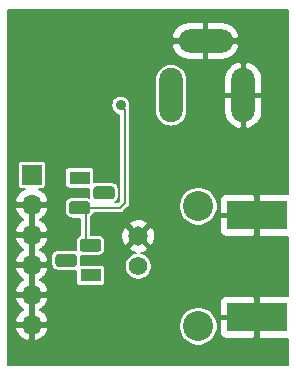
<source format=gbr>
G04 #@! TF.GenerationSoftware,KiCad,Pcbnew,(5.1.5)-3*
G04 #@! TF.CreationDate,2021-08-19T12:17:06-04:00*
G04 #@! TF.ProjectId,CP-OSC,43502d4f-5343-42e6-9b69-6361645f7063,1*
G04 #@! TF.SameCoordinates,Original*
G04 #@! TF.FileFunction,Copper,L2,Bot*
G04 #@! TF.FilePolarity,Positive*
%FSLAX46Y46*%
G04 Gerber Fmt 4.6, Leading zero omitted, Abs format (unit mm)*
G04 Created by KiCad (PCBNEW (5.1.5)-3) date 2021-08-19 12:17:06*
%MOMM*%
%LPD*%
G04 APERTURE LIST*
%ADD10C,2.540000*%
%ADD11C,1.651000*%
%ADD12C,1.574800*%
%ADD13R,5.080000X2.413000*%
%ADD14O,2.000000X4.600000*%
%ADD15O,4.600000X2.000000*%
%ADD16C,0.150000*%
%ADD17R,1.800000X1.100000*%
%ADD18R,1.700000X1.700000*%
%ADD19O,1.700000X1.700000*%
%ADD20C,0.889000*%
%ADD21C,1.397000*%
%ADD22C,0.203200*%
G04 APERTURE END LIST*
D10*
X104287000Y-83832400D03*
X104287000Y-73672400D03*
D11*
X99207000Y-76212400D03*
D12*
X99207000Y-78752400D03*
D13*
X109240000Y-83070400D03*
X109240000Y-74434400D03*
D14*
X108097000Y-64274400D03*
X101997000Y-64274400D03*
D15*
X104897000Y-59674400D03*
G04 #@! TA.AperFunction,ComponentPad*
D16*
G36*
X96956955Y-71980724D02*
G01*
X96983650Y-71984684D01*
X97009828Y-71991241D01*
X97035238Y-72000333D01*
X97059634Y-72011872D01*
X97082782Y-72025746D01*
X97104458Y-72041822D01*
X97124454Y-72059946D01*
X97142578Y-72079942D01*
X97158654Y-72101618D01*
X97172528Y-72124766D01*
X97184067Y-72149162D01*
X97193159Y-72174572D01*
X97199716Y-72200750D01*
X97203676Y-72227445D01*
X97205000Y-72254400D01*
X97205000Y-72804400D01*
X97203676Y-72831355D01*
X97199716Y-72858050D01*
X97193159Y-72884228D01*
X97184067Y-72909638D01*
X97172528Y-72934034D01*
X97158654Y-72957182D01*
X97142578Y-72978858D01*
X97124454Y-72998854D01*
X97104458Y-73016978D01*
X97082782Y-73033054D01*
X97059634Y-73046928D01*
X97035238Y-73058467D01*
X97009828Y-73067559D01*
X96983650Y-73074116D01*
X96956955Y-73078076D01*
X96930000Y-73079400D01*
X95680000Y-73079400D01*
X95653045Y-73078076D01*
X95626350Y-73074116D01*
X95600172Y-73067559D01*
X95574762Y-73058467D01*
X95550366Y-73046928D01*
X95527218Y-73033054D01*
X95505542Y-73016978D01*
X95485546Y-72998854D01*
X95467422Y-72978858D01*
X95451346Y-72957182D01*
X95437472Y-72934034D01*
X95425933Y-72909638D01*
X95416841Y-72884228D01*
X95410284Y-72858050D01*
X95406324Y-72831355D01*
X95405000Y-72804400D01*
X95405000Y-72254400D01*
X95406324Y-72227445D01*
X95410284Y-72200750D01*
X95416841Y-72174572D01*
X95425933Y-72149162D01*
X95437472Y-72124766D01*
X95451346Y-72101618D01*
X95467422Y-72079942D01*
X95485546Y-72059946D01*
X95505542Y-72041822D01*
X95527218Y-72025746D01*
X95550366Y-72011872D01*
X95574762Y-72000333D01*
X95600172Y-71991241D01*
X95626350Y-71984684D01*
X95653045Y-71980724D01*
X95680000Y-71979400D01*
X96930000Y-71979400D01*
X96956955Y-71980724D01*
G37*
G04 #@! TD.AperFunction*
G04 #@! TA.AperFunction,ComponentPad*
G36*
X94886955Y-73250724D02*
G01*
X94913650Y-73254684D01*
X94939828Y-73261241D01*
X94965238Y-73270333D01*
X94989634Y-73281872D01*
X95012782Y-73295746D01*
X95034458Y-73311822D01*
X95054454Y-73329946D01*
X95072578Y-73349942D01*
X95088654Y-73371618D01*
X95102528Y-73394766D01*
X95114067Y-73419162D01*
X95123159Y-73444572D01*
X95129716Y-73470750D01*
X95133676Y-73497445D01*
X95135000Y-73524400D01*
X95135000Y-74074400D01*
X95133676Y-74101355D01*
X95129716Y-74128050D01*
X95123159Y-74154228D01*
X95114067Y-74179638D01*
X95102528Y-74204034D01*
X95088654Y-74227182D01*
X95072578Y-74248858D01*
X95054454Y-74268854D01*
X95034458Y-74286978D01*
X95012782Y-74303054D01*
X94989634Y-74316928D01*
X94965238Y-74328467D01*
X94939828Y-74337559D01*
X94913650Y-74344116D01*
X94886955Y-74348076D01*
X94860000Y-74349400D01*
X93610000Y-74349400D01*
X93583045Y-74348076D01*
X93556350Y-74344116D01*
X93530172Y-74337559D01*
X93504762Y-74328467D01*
X93480366Y-74316928D01*
X93457218Y-74303054D01*
X93435542Y-74286978D01*
X93415546Y-74268854D01*
X93397422Y-74248858D01*
X93381346Y-74227182D01*
X93367472Y-74204034D01*
X93355933Y-74179638D01*
X93346841Y-74154228D01*
X93340284Y-74128050D01*
X93336324Y-74101355D01*
X93335000Y-74074400D01*
X93335000Y-73524400D01*
X93336324Y-73497445D01*
X93340284Y-73470750D01*
X93346841Y-73444572D01*
X93355933Y-73419162D01*
X93367472Y-73394766D01*
X93381346Y-73371618D01*
X93397422Y-73349942D01*
X93415546Y-73329946D01*
X93435542Y-73311822D01*
X93457218Y-73295746D01*
X93480366Y-73281872D01*
X93504762Y-73270333D01*
X93530172Y-73261241D01*
X93556350Y-73254684D01*
X93583045Y-73250724D01*
X93610000Y-73249400D01*
X94860000Y-73249400D01*
X94886955Y-73250724D01*
G37*
G04 #@! TD.AperFunction*
D17*
X94235000Y-71259400D03*
X95162000Y-79514400D03*
G04 #@! TA.AperFunction,ComponentPad*
D16*
G36*
X95813955Y-76425724D02*
G01*
X95840650Y-76429684D01*
X95866828Y-76436241D01*
X95892238Y-76445333D01*
X95916634Y-76456872D01*
X95939782Y-76470746D01*
X95961458Y-76486822D01*
X95981454Y-76504946D01*
X95999578Y-76524942D01*
X96015654Y-76546618D01*
X96029528Y-76569766D01*
X96041067Y-76594162D01*
X96050159Y-76619572D01*
X96056716Y-76645750D01*
X96060676Y-76672445D01*
X96062000Y-76699400D01*
X96062000Y-77249400D01*
X96060676Y-77276355D01*
X96056716Y-77303050D01*
X96050159Y-77329228D01*
X96041067Y-77354638D01*
X96029528Y-77379034D01*
X96015654Y-77402182D01*
X95999578Y-77423858D01*
X95981454Y-77443854D01*
X95961458Y-77461978D01*
X95939782Y-77478054D01*
X95916634Y-77491928D01*
X95892238Y-77503467D01*
X95866828Y-77512559D01*
X95840650Y-77519116D01*
X95813955Y-77523076D01*
X95787000Y-77524400D01*
X94537000Y-77524400D01*
X94510045Y-77523076D01*
X94483350Y-77519116D01*
X94457172Y-77512559D01*
X94431762Y-77503467D01*
X94407366Y-77491928D01*
X94384218Y-77478054D01*
X94362542Y-77461978D01*
X94342546Y-77443854D01*
X94324422Y-77423858D01*
X94308346Y-77402182D01*
X94294472Y-77379034D01*
X94282933Y-77354638D01*
X94273841Y-77329228D01*
X94267284Y-77303050D01*
X94263324Y-77276355D01*
X94262000Y-77249400D01*
X94262000Y-76699400D01*
X94263324Y-76672445D01*
X94267284Y-76645750D01*
X94273841Y-76619572D01*
X94282933Y-76594162D01*
X94294472Y-76569766D01*
X94308346Y-76546618D01*
X94324422Y-76524942D01*
X94342546Y-76504946D01*
X94362542Y-76486822D01*
X94384218Y-76470746D01*
X94407366Y-76456872D01*
X94431762Y-76445333D01*
X94457172Y-76436241D01*
X94483350Y-76429684D01*
X94510045Y-76425724D01*
X94537000Y-76424400D01*
X95787000Y-76424400D01*
X95813955Y-76425724D01*
G37*
G04 #@! TD.AperFunction*
G04 #@! TA.AperFunction,ComponentPad*
G36*
X93743955Y-77695724D02*
G01*
X93770650Y-77699684D01*
X93796828Y-77706241D01*
X93822238Y-77715333D01*
X93846634Y-77726872D01*
X93869782Y-77740746D01*
X93891458Y-77756822D01*
X93911454Y-77774946D01*
X93929578Y-77794942D01*
X93945654Y-77816618D01*
X93959528Y-77839766D01*
X93971067Y-77864162D01*
X93980159Y-77889572D01*
X93986716Y-77915750D01*
X93990676Y-77942445D01*
X93992000Y-77969400D01*
X93992000Y-78519400D01*
X93990676Y-78546355D01*
X93986716Y-78573050D01*
X93980159Y-78599228D01*
X93971067Y-78624638D01*
X93959528Y-78649034D01*
X93945654Y-78672182D01*
X93929578Y-78693858D01*
X93911454Y-78713854D01*
X93891458Y-78731978D01*
X93869782Y-78748054D01*
X93846634Y-78761928D01*
X93822238Y-78773467D01*
X93796828Y-78782559D01*
X93770650Y-78789116D01*
X93743955Y-78793076D01*
X93717000Y-78794400D01*
X92467000Y-78794400D01*
X92440045Y-78793076D01*
X92413350Y-78789116D01*
X92387172Y-78782559D01*
X92361762Y-78773467D01*
X92337366Y-78761928D01*
X92314218Y-78748054D01*
X92292542Y-78731978D01*
X92272546Y-78713854D01*
X92254422Y-78693858D01*
X92238346Y-78672182D01*
X92224472Y-78649034D01*
X92212933Y-78624638D01*
X92203841Y-78599228D01*
X92197284Y-78573050D01*
X92193324Y-78546355D01*
X92192000Y-78519400D01*
X92192000Y-77969400D01*
X92193324Y-77942445D01*
X92197284Y-77915750D01*
X92203841Y-77889572D01*
X92212933Y-77864162D01*
X92224472Y-77839766D01*
X92238346Y-77816618D01*
X92254422Y-77794942D01*
X92272546Y-77774946D01*
X92292542Y-77756822D01*
X92314218Y-77740746D01*
X92337366Y-77726872D01*
X92361762Y-77715333D01*
X92387172Y-77706241D01*
X92413350Y-77699684D01*
X92440045Y-77695724D01*
X92467000Y-77694400D01*
X93717000Y-77694400D01*
X93743955Y-77695724D01*
G37*
G04 #@! TD.AperFunction*
D18*
X90190000Y-71005400D03*
D19*
X90190000Y-73545400D03*
X90190000Y-76085400D03*
X90190000Y-78625400D03*
X90190000Y-81165400D03*
X90190000Y-83705400D03*
D20*
X108605000Y-86372400D03*
D21*
X97175000Y-86372400D03*
X96540000Y-58432400D03*
D20*
X93365000Y-58432400D03*
X110129000Y-58178400D03*
X104922000Y-70116400D03*
X89555000Y-58432400D03*
X90190000Y-86372400D03*
X97712757Y-65133643D03*
D22*
X94762000Y-73926400D02*
X94635000Y-73799400D01*
X94762000Y-76974400D02*
X94762000Y-73926400D01*
X94635000Y-73799400D02*
X97683000Y-73799400D01*
X97683000Y-73799400D02*
X98064000Y-73418400D01*
X98064000Y-65484886D02*
X97712757Y-65133643D01*
X98064000Y-66814400D02*
X98064000Y-65484886D01*
X98064000Y-73418400D02*
X98064000Y-66814400D01*
G36*
X111868901Y-72624106D02*
G01*
X111780000Y-72615350D01*
X109544800Y-72618300D01*
X109392400Y-72770700D01*
X109392400Y-74282000D01*
X109412400Y-74282000D01*
X109412400Y-74586800D01*
X109392400Y-74586800D01*
X109392400Y-76098100D01*
X109544800Y-76250500D01*
X111780000Y-76253450D01*
X111868901Y-76244694D01*
X111868901Y-81260106D01*
X111780000Y-81251350D01*
X109544800Y-81254300D01*
X109392400Y-81406700D01*
X109392400Y-82918000D01*
X109412400Y-82918000D01*
X109412400Y-83222800D01*
X109392400Y-83222800D01*
X109392400Y-84734100D01*
X109544800Y-84886500D01*
X111780000Y-84889450D01*
X111868901Y-84880694D01*
X111868901Y-87096300D01*
X88196100Y-87096300D01*
X88196100Y-84083007D01*
X88780090Y-84083007D01*
X88807911Y-84174738D01*
X88926031Y-84435352D01*
X89092724Y-84667914D01*
X89301585Y-84863487D01*
X89544587Y-85014556D01*
X89812392Y-85115315D01*
X90037600Y-85004628D01*
X90037600Y-83857800D01*
X90342400Y-83857800D01*
X90342400Y-85004628D01*
X90567608Y-85115315D01*
X90835413Y-85014556D01*
X91078415Y-84863487D01*
X91287276Y-84667914D01*
X91453969Y-84435352D01*
X91572089Y-84174738D01*
X91599910Y-84083007D01*
X91488286Y-83857800D01*
X90342400Y-83857800D01*
X90037600Y-83857800D01*
X88891714Y-83857800D01*
X88780090Y-84083007D01*
X88196100Y-84083007D01*
X88196100Y-83672292D01*
X102661400Y-83672292D01*
X102661400Y-83992508D01*
X102723870Y-84306570D01*
X102846412Y-84602411D01*
X103024314Y-84868660D01*
X103250740Y-85095086D01*
X103516989Y-85272988D01*
X103812830Y-85395530D01*
X104126892Y-85458000D01*
X104447108Y-85458000D01*
X104761170Y-85395530D01*
X105057011Y-85272988D01*
X105323260Y-85095086D01*
X105549686Y-84868660D01*
X105727588Y-84602411D01*
X105850130Y-84306570D01*
X105856031Y-84276900D01*
X106087450Y-84276900D01*
X106099220Y-84396403D01*
X106134078Y-84511313D01*
X106190683Y-84617215D01*
X106266862Y-84710038D01*
X106359685Y-84786217D01*
X106465587Y-84842822D01*
X106580497Y-84877680D01*
X106700000Y-84889450D01*
X108935200Y-84886500D01*
X109087600Y-84734100D01*
X109087600Y-83222800D01*
X106242800Y-83222800D01*
X106090400Y-83375200D01*
X106087450Y-84276900D01*
X105856031Y-84276900D01*
X105912600Y-83992508D01*
X105912600Y-83672292D01*
X105850130Y-83358230D01*
X105727588Y-83062389D01*
X105549686Y-82796140D01*
X105323260Y-82569714D01*
X105057011Y-82391812D01*
X104761170Y-82269270D01*
X104447108Y-82206800D01*
X104126892Y-82206800D01*
X103812830Y-82269270D01*
X103516989Y-82391812D01*
X103250740Y-82569714D01*
X103024314Y-82796140D01*
X102846412Y-83062389D01*
X102723870Y-83358230D01*
X102661400Y-83672292D01*
X88196100Y-83672292D01*
X88196100Y-81543007D01*
X88780090Y-81543007D01*
X88807911Y-81634738D01*
X88926031Y-81895352D01*
X89092724Y-82127914D01*
X89301585Y-82323487D01*
X89481603Y-82435400D01*
X89301585Y-82547313D01*
X89092724Y-82742886D01*
X88926031Y-82975448D01*
X88807911Y-83236062D01*
X88780090Y-83327793D01*
X88891714Y-83553000D01*
X90037600Y-83553000D01*
X90037600Y-81317800D01*
X90342400Y-81317800D01*
X90342400Y-83553000D01*
X91488286Y-83553000D01*
X91599910Y-83327793D01*
X91572089Y-83236062D01*
X91453969Y-82975448D01*
X91287276Y-82742886D01*
X91078415Y-82547313D01*
X90898397Y-82435400D01*
X91078415Y-82323487D01*
X91287276Y-82127914D01*
X91453969Y-81895352D01*
X91468224Y-81863900D01*
X106087450Y-81863900D01*
X106090400Y-82765600D01*
X106242800Y-82918000D01*
X109087600Y-82918000D01*
X109087600Y-81406700D01*
X108935200Y-81254300D01*
X106700000Y-81251350D01*
X106580497Y-81263120D01*
X106465587Y-81297978D01*
X106359685Y-81354583D01*
X106266862Y-81430762D01*
X106190683Y-81523585D01*
X106134078Y-81629487D01*
X106099220Y-81744397D01*
X106087450Y-81863900D01*
X91468224Y-81863900D01*
X91572089Y-81634738D01*
X91599910Y-81543007D01*
X91488286Y-81317800D01*
X90342400Y-81317800D01*
X90037600Y-81317800D01*
X88891714Y-81317800D01*
X88780090Y-81543007D01*
X88196100Y-81543007D01*
X88196100Y-79003007D01*
X88780090Y-79003007D01*
X88807911Y-79094738D01*
X88926031Y-79355352D01*
X89092724Y-79587914D01*
X89301585Y-79783487D01*
X89481603Y-79895400D01*
X89301585Y-80007313D01*
X89092724Y-80202886D01*
X88926031Y-80435448D01*
X88807911Y-80696062D01*
X88780090Y-80787793D01*
X88891714Y-81013000D01*
X90037600Y-81013000D01*
X90037600Y-78777800D01*
X90342400Y-78777800D01*
X90342400Y-81013000D01*
X91488286Y-81013000D01*
X91599910Y-80787793D01*
X91572089Y-80696062D01*
X91453969Y-80435448D01*
X91287276Y-80202886D01*
X91078415Y-80007313D01*
X90898397Y-79895400D01*
X91078415Y-79783487D01*
X91287276Y-79587914D01*
X91453969Y-79355352D01*
X91572089Y-79094738D01*
X91599910Y-79003007D01*
X91488286Y-78777800D01*
X90342400Y-78777800D01*
X90037600Y-78777800D01*
X88891714Y-78777800D01*
X88780090Y-79003007D01*
X88196100Y-79003007D01*
X88196100Y-76463007D01*
X88780090Y-76463007D01*
X88807911Y-76554738D01*
X88926031Y-76815352D01*
X89092724Y-77047914D01*
X89301585Y-77243487D01*
X89481603Y-77355400D01*
X89301585Y-77467313D01*
X89092724Y-77662886D01*
X88926031Y-77895448D01*
X88807911Y-78156062D01*
X88780090Y-78247793D01*
X88891714Y-78473000D01*
X90037600Y-78473000D01*
X90037600Y-76237800D01*
X90342400Y-76237800D01*
X90342400Y-78473000D01*
X91488286Y-78473000D01*
X91599910Y-78247793D01*
X91572089Y-78156062D01*
X91487487Y-77969400D01*
X91834680Y-77969400D01*
X91834680Y-78519400D01*
X91846830Y-78642760D01*
X91882812Y-78761378D01*
X91941245Y-78870698D01*
X92019882Y-78966518D01*
X92115702Y-79045155D01*
X92225022Y-79103588D01*
X92343640Y-79139570D01*
X92467000Y-79151720D01*
X93717000Y-79151720D01*
X93840360Y-79139570D01*
X93904680Y-79120059D01*
X93904680Y-80064400D01*
X93911546Y-80134110D01*
X93931879Y-80201140D01*
X93964899Y-80262916D01*
X94009337Y-80317063D01*
X94063484Y-80361501D01*
X94125260Y-80394521D01*
X94192290Y-80414854D01*
X94262000Y-80421720D01*
X96062000Y-80421720D01*
X96131710Y-80414854D01*
X96198740Y-80394521D01*
X96260516Y-80361501D01*
X96314663Y-80317063D01*
X96359101Y-80262916D01*
X96392121Y-80201140D01*
X96412454Y-80134110D01*
X96419320Y-80064400D01*
X96419320Y-78964400D01*
X96412454Y-78894690D01*
X96392121Y-78827660D01*
X96359101Y-78765884D01*
X96314663Y-78711737D01*
X96260516Y-78667299D01*
X96209114Y-78639824D01*
X98064000Y-78639824D01*
X98064000Y-78864976D01*
X98107925Y-79085801D01*
X98194087Y-79293813D01*
X98319174Y-79481020D01*
X98478380Y-79640226D01*
X98665587Y-79765313D01*
X98873599Y-79851475D01*
X99094424Y-79895400D01*
X99319576Y-79895400D01*
X99540401Y-79851475D01*
X99748413Y-79765313D01*
X99935620Y-79640226D01*
X100094826Y-79481020D01*
X100219913Y-79293813D01*
X100306075Y-79085801D01*
X100350000Y-78864976D01*
X100350000Y-78639824D01*
X100306075Y-78418999D01*
X100219913Y-78210987D01*
X100094826Y-78023780D01*
X99935620Y-77864574D01*
X99748413Y-77739487D01*
X99540401Y-77653325D01*
X99426603Y-77630689D01*
X99581846Y-77604873D01*
X99846301Y-77504988D01*
X99926571Y-77462083D01*
X100004764Y-77225690D01*
X99207000Y-76427926D01*
X98409236Y-77225690D01*
X98487429Y-77462083D01*
X98745056Y-77578452D01*
X98978179Y-77632523D01*
X98873599Y-77653325D01*
X98665587Y-77739487D01*
X98478380Y-77864574D01*
X98319174Y-78023780D01*
X98194087Y-78210987D01*
X98107925Y-78418999D01*
X98064000Y-78639824D01*
X96209114Y-78639824D01*
X96198740Y-78634279D01*
X96131710Y-78613946D01*
X96062000Y-78607080D01*
X94340684Y-78607080D01*
X94349320Y-78519400D01*
X94349320Y-77969400D01*
X94337204Y-77846384D01*
X94413640Y-77869570D01*
X94537000Y-77881720D01*
X95787000Y-77881720D01*
X95910360Y-77869570D01*
X96028978Y-77833588D01*
X96138298Y-77775155D01*
X96234118Y-77696518D01*
X96312755Y-77600698D01*
X96371188Y-77491378D01*
X96407170Y-77372760D01*
X96419320Y-77249400D01*
X96419320Y-76699400D01*
X96407170Y-76576040D01*
X96371188Y-76457422D01*
X96312755Y-76348102D01*
X96280161Y-76308385D01*
X97768154Y-76308385D01*
X97814527Y-76587246D01*
X97914412Y-76851701D01*
X97957317Y-76931971D01*
X98193710Y-77010164D01*
X98991474Y-76212400D01*
X99422526Y-76212400D01*
X100220290Y-77010164D01*
X100456683Y-76931971D01*
X100573052Y-76674344D01*
X100636924Y-76398964D01*
X100645846Y-76116415D01*
X100599473Y-75837554D01*
X100525197Y-75640900D01*
X106087450Y-75640900D01*
X106099220Y-75760403D01*
X106134078Y-75875313D01*
X106190683Y-75981215D01*
X106266862Y-76074038D01*
X106359685Y-76150217D01*
X106465587Y-76206822D01*
X106580497Y-76241680D01*
X106700000Y-76253450D01*
X108935200Y-76250500D01*
X109087600Y-76098100D01*
X109087600Y-74586800D01*
X106242800Y-74586800D01*
X106090400Y-74739200D01*
X106087450Y-75640900D01*
X100525197Y-75640900D01*
X100499588Y-75573099D01*
X100456683Y-75492829D01*
X100220290Y-75414636D01*
X99422526Y-76212400D01*
X98991474Y-76212400D01*
X98193710Y-75414636D01*
X97957317Y-75492829D01*
X97840948Y-75750456D01*
X97777076Y-76025836D01*
X97768154Y-76308385D01*
X96280161Y-76308385D01*
X96234118Y-76252282D01*
X96138298Y-76173645D01*
X96028978Y-76115212D01*
X95910360Y-76079230D01*
X95787000Y-76067080D01*
X95219200Y-76067080D01*
X95219200Y-75199110D01*
X98409236Y-75199110D01*
X99207000Y-75996874D01*
X100004764Y-75199110D01*
X99926571Y-74962717D01*
X99668944Y-74846348D01*
X99393564Y-74782476D01*
X99111015Y-74773554D01*
X98832154Y-74819927D01*
X98567699Y-74919812D01*
X98487429Y-74962717D01*
X98409236Y-75199110D01*
X95219200Y-75199110D01*
X95219200Y-74593670D01*
X95307118Y-74521518D01*
X95385755Y-74425698D01*
X95444188Y-74316378D01*
X95462321Y-74256600D01*
X97660550Y-74256600D01*
X97683000Y-74258811D01*
X97705450Y-74256600D01*
X97705460Y-74256600D01*
X97772627Y-74249985D01*
X97858809Y-74223841D01*
X97938236Y-74181387D01*
X98007853Y-74124253D01*
X98022174Y-74106803D01*
X98371409Y-73757569D01*
X98388853Y-73743253D01*
X98426156Y-73697800D01*
X98445987Y-73673637D01*
X98475194Y-73618993D01*
X98488441Y-73594209D01*
X98513291Y-73512292D01*
X102661400Y-73512292D01*
X102661400Y-73832508D01*
X102723870Y-74146570D01*
X102846412Y-74442411D01*
X103024314Y-74708660D01*
X103250740Y-74935086D01*
X103516989Y-75112988D01*
X103812830Y-75235530D01*
X104126892Y-75298000D01*
X104447108Y-75298000D01*
X104761170Y-75235530D01*
X105057011Y-75112988D01*
X105323260Y-74935086D01*
X105549686Y-74708660D01*
X105727588Y-74442411D01*
X105850130Y-74146570D01*
X105912600Y-73832508D01*
X105912600Y-73512292D01*
X105856032Y-73227900D01*
X106087450Y-73227900D01*
X106090400Y-74129600D01*
X106242800Y-74282000D01*
X109087600Y-74282000D01*
X109087600Y-72770700D01*
X108935200Y-72618300D01*
X106700000Y-72615350D01*
X106580497Y-72627120D01*
X106465587Y-72661978D01*
X106359685Y-72718583D01*
X106266862Y-72794762D01*
X106190683Y-72887585D01*
X106134078Y-72993487D01*
X106099220Y-73108397D01*
X106087450Y-73227900D01*
X105856032Y-73227900D01*
X105850130Y-73198230D01*
X105727588Y-72902389D01*
X105549686Y-72636140D01*
X105323260Y-72409714D01*
X105057011Y-72231812D01*
X104761170Y-72109270D01*
X104447108Y-72046800D01*
X104126892Y-72046800D01*
X103812830Y-72109270D01*
X103516989Y-72231812D01*
X103250740Y-72409714D01*
X103024314Y-72636140D01*
X102846412Y-72902389D01*
X102723870Y-73198230D01*
X102661400Y-73512292D01*
X98513291Y-73512292D01*
X98514585Y-73508027D01*
X98521200Y-73440860D01*
X98521200Y-73440851D01*
X98523411Y-73418401D01*
X98521200Y-73395951D01*
X98521200Y-65640992D01*
X100641400Y-65640992D01*
X100661015Y-65840143D01*
X100738529Y-66095675D01*
X100864406Y-66331174D01*
X101033808Y-66537591D01*
X101240225Y-66706994D01*
X101475724Y-66832871D01*
X101731256Y-66910385D01*
X101997000Y-66936559D01*
X102262743Y-66910385D01*
X102518275Y-66832871D01*
X102753774Y-66706994D01*
X102960191Y-66537592D01*
X103129594Y-66331175D01*
X103255471Y-66095676D01*
X103332985Y-65840144D01*
X103352600Y-65640993D01*
X103352600Y-64426800D01*
X106487400Y-64426800D01*
X106487400Y-65726800D01*
X106548060Y-66037889D01*
X106668245Y-66331166D01*
X106843336Y-66595361D01*
X107066604Y-66820321D01*
X107329470Y-66997401D01*
X107621832Y-67119796D01*
X107695811Y-67133201D01*
X107944600Y-67023609D01*
X107944600Y-64426800D01*
X108249400Y-64426800D01*
X108249400Y-67023609D01*
X108498189Y-67133201D01*
X108572168Y-67119796D01*
X108864530Y-66997401D01*
X109127396Y-66820321D01*
X109350664Y-66595361D01*
X109525755Y-66331166D01*
X109645940Y-66037889D01*
X109706600Y-65726800D01*
X109706600Y-64426800D01*
X108249400Y-64426800D01*
X107944600Y-64426800D01*
X106487400Y-64426800D01*
X103352600Y-64426800D01*
X103352600Y-62907807D01*
X103344149Y-62822000D01*
X106487400Y-62822000D01*
X106487400Y-64122000D01*
X107944600Y-64122000D01*
X107944600Y-61525191D01*
X108249400Y-61525191D01*
X108249400Y-64122000D01*
X109706600Y-64122000D01*
X109706600Y-62822000D01*
X109645940Y-62510911D01*
X109525755Y-62217634D01*
X109350664Y-61953439D01*
X109127396Y-61728479D01*
X108864530Y-61551399D01*
X108572168Y-61429004D01*
X108498189Y-61415599D01*
X108249400Y-61525191D01*
X107944600Y-61525191D01*
X107695811Y-61415599D01*
X107621832Y-61429004D01*
X107329470Y-61551399D01*
X107066604Y-61728479D01*
X106843336Y-61953439D01*
X106668245Y-62217634D01*
X106548060Y-62510911D01*
X106487400Y-62822000D01*
X103344149Y-62822000D01*
X103332985Y-62708656D01*
X103255471Y-62453124D01*
X103129594Y-62217625D01*
X102960192Y-62011208D01*
X102753775Y-61841806D01*
X102518276Y-61715929D01*
X102262744Y-61638415D01*
X101997000Y-61612241D01*
X101731257Y-61638415D01*
X101475725Y-61715929D01*
X101240226Y-61841806D01*
X101033809Y-62011208D01*
X100864407Y-62217625D01*
X100738530Y-62453124D01*
X100661016Y-62708656D01*
X100641401Y-62907807D01*
X100641400Y-65640992D01*
X98521200Y-65640992D01*
X98521200Y-65507336D01*
X98523411Y-65484886D01*
X98521200Y-65462436D01*
X98521200Y-65462426D01*
X98514585Y-65395259D01*
X98491578Y-65319419D01*
X98512857Y-65212446D01*
X98512857Y-65054840D01*
X98482109Y-64900263D01*
X98421796Y-64754654D01*
X98334235Y-64623609D01*
X98222791Y-64512165D01*
X98091746Y-64424604D01*
X97946137Y-64364291D01*
X97791560Y-64333543D01*
X97633954Y-64333543D01*
X97479377Y-64364291D01*
X97333768Y-64424604D01*
X97202723Y-64512165D01*
X97091279Y-64623609D01*
X97003718Y-64754654D01*
X96943405Y-64900263D01*
X96912657Y-65054840D01*
X96912657Y-65212446D01*
X96943405Y-65367023D01*
X97003718Y-65512632D01*
X97091279Y-65643677D01*
X97202723Y-65755121D01*
X97333768Y-65842682D01*
X97479377Y-65902995D01*
X97606801Y-65928342D01*
X97606800Y-66836859D01*
X97606801Y-66836869D01*
X97606800Y-73229022D01*
X97493623Y-73342200D01*
X97258763Y-73342200D01*
X97281298Y-73330155D01*
X97377118Y-73251518D01*
X97455755Y-73155698D01*
X97514188Y-73046378D01*
X97550170Y-72927760D01*
X97562320Y-72804400D01*
X97562320Y-72254400D01*
X97550170Y-72131040D01*
X97514188Y-72012422D01*
X97455755Y-71903102D01*
X97377118Y-71807282D01*
X97281298Y-71728645D01*
X97171978Y-71670212D01*
X97053360Y-71634230D01*
X96930000Y-71622080D01*
X95680000Y-71622080D01*
X95556640Y-71634230D01*
X95492320Y-71653741D01*
X95492320Y-70709400D01*
X95485454Y-70639690D01*
X95465121Y-70572660D01*
X95432101Y-70510884D01*
X95387663Y-70456737D01*
X95333516Y-70412299D01*
X95271740Y-70379279D01*
X95204710Y-70358946D01*
X95135000Y-70352080D01*
X93335000Y-70352080D01*
X93265290Y-70358946D01*
X93198260Y-70379279D01*
X93136484Y-70412299D01*
X93082337Y-70456737D01*
X93037899Y-70510884D01*
X93004879Y-70572660D01*
X92984546Y-70639690D01*
X92977680Y-70709400D01*
X92977680Y-71809400D01*
X92984546Y-71879110D01*
X93004879Y-71946140D01*
X93037899Y-72007916D01*
X93082337Y-72062063D01*
X93136484Y-72106501D01*
X93198260Y-72139521D01*
X93265290Y-72159854D01*
X93335000Y-72166720D01*
X95056316Y-72166720D01*
X95047680Y-72254400D01*
X95047680Y-72804400D01*
X95059796Y-72927416D01*
X94983360Y-72904230D01*
X94860000Y-72892080D01*
X93610000Y-72892080D01*
X93486640Y-72904230D01*
X93368022Y-72940212D01*
X93258702Y-72998645D01*
X93162882Y-73077282D01*
X93084245Y-73173102D01*
X93025812Y-73282422D01*
X92989830Y-73401040D01*
X92977680Y-73524400D01*
X92977680Y-74074400D01*
X92989830Y-74197760D01*
X93025812Y-74316378D01*
X93084245Y-74425698D01*
X93162882Y-74521518D01*
X93258702Y-74600155D01*
X93368022Y-74658588D01*
X93486640Y-74694570D01*
X93610000Y-74706720D01*
X94304801Y-74706720D01*
X94304800Y-76112246D01*
X94295022Y-76115212D01*
X94185702Y-76173645D01*
X94089882Y-76252282D01*
X94011245Y-76348102D01*
X93952812Y-76457422D01*
X93916830Y-76576040D01*
X93904680Y-76699400D01*
X93904680Y-77249400D01*
X93916796Y-77372416D01*
X93840360Y-77349230D01*
X93717000Y-77337080D01*
X92467000Y-77337080D01*
X92343640Y-77349230D01*
X92225022Y-77385212D01*
X92115702Y-77443645D01*
X92019882Y-77522282D01*
X91941245Y-77618102D01*
X91882812Y-77727422D01*
X91846830Y-77846040D01*
X91834680Y-77969400D01*
X91487487Y-77969400D01*
X91453969Y-77895448D01*
X91287276Y-77662886D01*
X91078415Y-77467313D01*
X90898397Y-77355400D01*
X91078415Y-77243487D01*
X91287276Y-77047914D01*
X91453969Y-76815352D01*
X91572089Y-76554738D01*
X91599910Y-76463007D01*
X91488286Y-76237800D01*
X90342400Y-76237800D01*
X90037600Y-76237800D01*
X88891714Y-76237800D01*
X88780090Y-76463007D01*
X88196100Y-76463007D01*
X88196100Y-73923007D01*
X88780090Y-73923007D01*
X88807911Y-74014738D01*
X88926031Y-74275352D01*
X89092724Y-74507914D01*
X89301585Y-74703487D01*
X89481603Y-74815400D01*
X89301585Y-74927313D01*
X89092724Y-75122886D01*
X88926031Y-75355448D01*
X88807911Y-75616062D01*
X88780090Y-75707793D01*
X88891714Y-75933000D01*
X90037600Y-75933000D01*
X90037600Y-73697800D01*
X90342400Y-73697800D01*
X90342400Y-75933000D01*
X91488286Y-75933000D01*
X91599910Y-75707793D01*
X91572089Y-75616062D01*
X91453969Y-75355448D01*
X91287276Y-75122886D01*
X91078415Y-74927313D01*
X90898397Y-74815400D01*
X91078415Y-74703487D01*
X91287276Y-74507914D01*
X91453969Y-74275352D01*
X91572089Y-74014738D01*
X91599910Y-73923007D01*
X91488286Y-73697800D01*
X90342400Y-73697800D01*
X90037600Y-73697800D01*
X88891714Y-73697800D01*
X88780090Y-73923007D01*
X88196100Y-73923007D01*
X88196100Y-73167793D01*
X88780090Y-73167793D01*
X88891714Y-73393000D01*
X90037600Y-73393000D01*
X90037600Y-73373000D01*
X90342400Y-73373000D01*
X90342400Y-73393000D01*
X91488286Y-73393000D01*
X91599910Y-73167793D01*
X91572089Y-73076062D01*
X91453969Y-72815448D01*
X91287276Y-72582886D01*
X91078415Y-72387313D01*
X90835413Y-72236244D01*
X90772889Y-72212720D01*
X91040000Y-72212720D01*
X91109710Y-72205854D01*
X91176740Y-72185521D01*
X91238516Y-72152501D01*
X91292663Y-72108063D01*
X91337101Y-72053916D01*
X91370121Y-71992140D01*
X91390454Y-71925110D01*
X91397320Y-71855400D01*
X91397320Y-70155400D01*
X91390454Y-70085690D01*
X91370121Y-70018660D01*
X91337101Y-69956884D01*
X91292663Y-69902737D01*
X91238516Y-69858299D01*
X91176740Y-69825279D01*
X91109710Y-69804946D01*
X91040000Y-69798080D01*
X89340000Y-69798080D01*
X89270290Y-69804946D01*
X89203260Y-69825279D01*
X89141484Y-69858299D01*
X89087337Y-69902737D01*
X89042899Y-69956884D01*
X89009879Y-70018660D01*
X88989546Y-70085690D01*
X88982680Y-70155400D01*
X88982680Y-71855400D01*
X88989546Y-71925110D01*
X89009879Y-71992140D01*
X89042899Y-72053916D01*
X89087337Y-72108063D01*
X89141484Y-72152501D01*
X89203260Y-72185521D01*
X89270290Y-72205854D01*
X89340000Y-72212720D01*
X89607111Y-72212720D01*
X89544587Y-72236244D01*
X89301585Y-72387313D01*
X89092724Y-72582886D01*
X88926031Y-72815448D01*
X88807911Y-73076062D01*
X88780090Y-73167793D01*
X88196100Y-73167793D01*
X88196100Y-60075589D01*
X102038199Y-60075589D01*
X102051604Y-60149568D01*
X102173999Y-60441930D01*
X102351079Y-60704796D01*
X102576039Y-60928064D01*
X102840234Y-61103155D01*
X103133511Y-61223340D01*
X103444600Y-61284000D01*
X104744600Y-61284000D01*
X104744600Y-59826800D01*
X105049400Y-59826800D01*
X105049400Y-61284000D01*
X106349400Y-61284000D01*
X106660489Y-61223340D01*
X106953766Y-61103155D01*
X107217961Y-60928064D01*
X107442921Y-60704796D01*
X107620001Y-60441930D01*
X107742396Y-60149568D01*
X107755801Y-60075589D01*
X107646209Y-59826800D01*
X105049400Y-59826800D01*
X104744600Y-59826800D01*
X102147791Y-59826800D01*
X102038199Y-60075589D01*
X88196100Y-60075589D01*
X88196100Y-59273211D01*
X102038199Y-59273211D01*
X102147791Y-59522000D01*
X104744600Y-59522000D01*
X104744600Y-58064800D01*
X105049400Y-58064800D01*
X105049400Y-59522000D01*
X107646209Y-59522000D01*
X107755801Y-59273211D01*
X107742396Y-59199232D01*
X107620001Y-58906870D01*
X107442921Y-58644004D01*
X107217961Y-58420736D01*
X106953766Y-58245645D01*
X106660489Y-58125460D01*
X106349400Y-58064800D01*
X105049400Y-58064800D01*
X104744600Y-58064800D01*
X103444600Y-58064800D01*
X103133511Y-58125460D01*
X102840234Y-58245645D01*
X102576039Y-58420736D01*
X102351079Y-58644004D01*
X102173999Y-58906870D01*
X102051604Y-59199232D01*
X102038199Y-59273211D01*
X88196100Y-59273211D01*
X88196100Y-57073500D01*
X111868900Y-57073500D01*
X111868901Y-72624106D01*
G37*
X111868901Y-72624106D02*
X111780000Y-72615350D01*
X109544800Y-72618300D01*
X109392400Y-72770700D01*
X109392400Y-74282000D01*
X109412400Y-74282000D01*
X109412400Y-74586800D01*
X109392400Y-74586800D01*
X109392400Y-76098100D01*
X109544800Y-76250500D01*
X111780000Y-76253450D01*
X111868901Y-76244694D01*
X111868901Y-81260106D01*
X111780000Y-81251350D01*
X109544800Y-81254300D01*
X109392400Y-81406700D01*
X109392400Y-82918000D01*
X109412400Y-82918000D01*
X109412400Y-83222800D01*
X109392400Y-83222800D01*
X109392400Y-84734100D01*
X109544800Y-84886500D01*
X111780000Y-84889450D01*
X111868901Y-84880694D01*
X111868901Y-87096300D01*
X88196100Y-87096300D01*
X88196100Y-84083007D01*
X88780090Y-84083007D01*
X88807911Y-84174738D01*
X88926031Y-84435352D01*
X89092724Y-84667914D01*
X89301585Y-84863487D01*
X89544587Y-85014556D01*
X89812392Y-85115315D01*
X90037600Y-85004628D01*
X90037600Y-83857800D01*
X90342400Y-83857800D01*
X90342400Y-85004628D01*
X90567608Y-85115315D01*
X90835413Y-85014556D01*
X91078415Y-84863487D01*
X91287276Y-84667914D01*
X91453969Y-84435352D01*
X91572089Y-84174738D01*
X91599910Y-84083007D01*
X91488286Y-83857800D01*
X90342400Y-83857800D01*
X90037600Y-83857800D01*
X88891714Y-83857800D01*
X88780090Y-84083007D01*
X88196100Y-84083007D01*
X88196100Y-83672292D01*
X102661400Y-83672292D01*
X102661400Y-83992508D01*
X102723870Y-84306570D01*
X102846412Y-84602411D01*
X103024314Y-84868660D01*
X103250740Y-85095086D01*
X103516989Y-85272988D01*
X103812830Y-85395530D01*
X104126892Y-85458000D01*
X104447108Y-85458000D01*
X104761170Y-85395530D01*
X105057011Y-85272988D01*
X105323260Y-85095086D01*
X105549686Y-84868660D01*
X105727588Y-84602411D01*
X105850130Y-84306570D01*
X105856031Y-84276900D01*
X106087450Y-84276900D01*
X106099220Y-84396403D01*
X106134078Y-84511313D01*
X106190683Y-84617215D01*
X106266862Y-84710038D01*
X106359685Y-84786217D01*
X106465587Y-84842822D01*
X106580497Y-84877680D01*
X106700000Y-84889450D01*
X108935200Y-84886500D01*
X109087600Y-84734100D01*
X109087600Y-83222800D01*
X106242800Y-83222800D01*
X106090400Y-83375200D01*
X106087450Y-84276900D01*
X105856031Y-84276900D01*
X105912600Y-83992508D01*
X105912600Y-83672292D01*
X105850130Y-83358230D01*
X105727588Y-83062389D01*
X105549686Y-82796140D01*
X105323260Y-82569714D01*
X105057011Y-82391812D01*
X104761170Y-82269270D01*
X104447108Y-82206800D01*
X104126892Y-82206800D01*
X103812830Y-82269270D01*
X103516989Y-82391812D01*
X103250740Y-82569714D01*
X103024314Y-82796140D01*
X102846412Y-83062389D01*
X102723870Y-83358230D01*
X102661400Y-83672292D01*
X88196100Y-83672292D01*
X88196100Y-81543007D01*
X88780090Y-81543007D01*
X88807911Y-81634738D01*
X88926031Y-81895352D01*
X89092724Y-82127914D01*
X89301585Y-82323487D01*
X89481603Y-82435400D01*
X89301585Y-82547313D01*
X89092724Y-82742886D01*
X88926031Y-82975448D01*
X88807911Y-83236062D01*
X88780090Y-83327793D01*
X88891714Y-83553000D01*
X90037600Y-83553000D01*
X90037600Y-81317800D01*
X90342400Y-81317800D01*
X90342400Y-83553000D01*
X91488286Y-83553000D01*
X91599910Y-83327793D01*
X91572089Y-83236062D01*
X91453969Y-82975448D01*
X91287276Y-82742886D01*
X91078415Y-82547313D01*
X90898397Y-82435400D01*
X91078415Y-82323487D01*
X91287276Y-82127914D01*
X91453969Y-81895352D01*
X91468224Y-81863900D01*
X106087450Y-81863900D01*
X106090400Y-82765600D01*
X106242800Y-82918000D01*
X109087600Y-82918000D01*
X109087600Y-81406700D01*
X108935200Y-81254300D01*
X106700000Y-81251350D01*
X106580497Y-81263120D01*
X106465587Y-81297978D01*
X106359685Y-81354583D01*
X106266862Y-81430762D01*
X106190683Y-81523585D01*
X106134078Y-81629487D01*
X106099220Y-81744397D01*
X106087450Y-81863900D01*
X91468224Y-81863900D01*
X91572089Y-81634738D01*
X91599910Y-81543007D01*
X91488286Y-81317800D01*
X90342400Y-81317800D01*
X90037600Y-81317800D01*
X88891714Y-81317800D01*
X88780090Y-81543007D01*
X88196100Y-81543007D01*
X88196100Y-79003007D01*
X88780090Y-79003007D01*
X88807911Y-79094738D01*
X88926031Y-79355352D01*
X89092724Y-79587914D01*
X89301585Y-79783487D01*
X89481603Y-79895400D01*
X89301585Y-80007313D01*
X89092724Y-80202886D01*
X88926031Y-80435448D01*
X88807911Y-80696062D01*
X88780090Y-80787793D01*
X88891714Y-81013000D01*
X90037600Y-81013000D01*
X90037600Y-78777800D01*
X90342400Y-78777800D01*
X90342400Y-81013000D01*
X91488286Y-81013000D01*
X91599910Y-80787793D01*
X91572089Y-80696062D01*
X91453969Y-80435448D01*
X91287276Y-80202886D01*
X91078415Y-80007313D01*
X90898397Y-79895400D01*
X91078415Y-79783487D01*
X91287276Y-79587914D01*
X91453969Y-79355352D01*
X91572089Y-79094738D01*
X91599910Y-79003007D01*
X91488286Y-78777800D01*
X90342400Y-78777800D01*
X90037600Y-78777800D01*
X88891714Y-78777800D01*
X88780090Y-79003007D01*
X88196100Y-79003007D01*
X88196100Y-76463007D01*
X88780090Y-76463007D01*
X88807911Y-76554738D01*
X88926031Y-76815352D01*
X89092724Y-77047914D01*
X89301585Y-77243487D01*
X89481603Y-77355400D01*
X89301585Y-77467313D01*
X89092724Y-77662886D01*
X88926031Y-77895448D01*
X88807911Y-78156062D01*
X88780090Y-78247793D01*
X88891714Y-78473000D01*
X90037600Y-78473000D01*
X90037600Y-76237800D01*
X90342400Y-76237800D01*
X90342400Y-78473000D01*
X91488286Y-78473000D01*
X91599910Y-78247793D01*
X91572089Y-78156062D01*
X91487487Y-77969400D01*
X91834680Y-77969400D01*
X91834680Y-78519400D01*
X91846830Y-78642760D01*
X91882812Y-78761378D01*
X91941245Y-78870698D01*
X92019882Y-78966518D01*
X92115702Y-79045155D01*
X92225022Y-79103588D01*
X92343640Y-79139570D01*
X92467000Y-79151720D01*
X93717000Y-79151720D01*
X93840360Y-79139570D01*
X93904680Y-79120059D01*
X93904680Y-80064400D01*
X93911546Y-80134110D01*
X93931879Y-80201140D01*
X93964899Y-80262916D01*
X94009337Y-80317063D01*
X94063484Y-80361501D01*
X94125260Y-80394521D01*
X94192290Y-80414854D01*
X94262000Y-80421720D01*
X96062000Y-80421720D01*
X96131710Y-80414854D01*
X96198740Y-80394521D01*
X96260516Y-80361501D01*
X96314663Y-80317063D01*
X96359101Y-80262916D01*
X96392121Y-80201140D01*
X96412454Y-80134110D01*
X96419320Y-80064400D01*
X96419320Y-78964400D01*
X96412454Y-78894690D01*
X96392121Y-78827660D01*
X96359101Y-78765884D01*
X96314663Y-78711737D01*
X96260516Y-78667299D01*
X96209114Y-78639824D01*
X98064000Y-78639824D01*
X98064000Y-78864976D01*
X98107925Y-79085801D01*
X98194087Y-79293813D01*
X98319174Y-79481020D01*
X98478380Y-79640226D01*
X98665587Y-79765313D01*
X98873599Y-79851475D01*
X99094424Y-79895400D01*
X99319576Y-79895400D01*
X99540401Y-79851475D01*
X99748413Y-79765313D01*
X99935620Y-79640226D01*
X100094826Y-79481020D01*
X100219913Y-79293813D01*
X100306075Y-79085801D01*
X100350000Y-78864976D01*
X100350000Y-78639824D01*
X100306075Y-78418999D01*
X100219913Y-78210987D01*
X100094826Y-78023780D01*
X99935620Y-77864574D01*
X99748413Y-77739487D01*
X99540401Y-77653325D01*
X99426603Y-77630689D01*
X99581846Y-77604873D01*
X99846301Y-77504988D01*
X99926571Y-77462083D01*
X100004764Y-77225690D01*
X99207000Y-76427926D01*
X98409236Y-77225690D01*
X98487429Y-77462083D01*
X98745056Y-77578452D01*
X98978179Y-77632523D01*
X98873599Y-77653325D01*
X98665587Y-77739487D01*
X98478380Y-77864574D01*
X98319174Y-78023780D01*
X98194087Y-78210987D01*
X98107925Y-78418999D01*
X98064000Y-78639824D01*
X96209114Y-78639824D01*
X96198740Y-78634279D01*
X96131710Y-78613946D01*
X96062000Y-78607080D01*
X94340684Y-78607080D01*
X94349320Y-78519400D01*
X94349320Y-77969400D01*
X94337204Y-77846384D01*
X94413640Y-77869570D01*
X94537000Y-77881720D01*
X95787000Y-77881720D01*
X95910360Y-77869570D01*
X96028978Y-77833588D01*
X96138298Y-77775155D01*
X96234118Y-77696518D01*
X96312755Y-77600698D01*
X96371188Y-77491378D01*
X96407170Y-77372760D01*
X96419320Y-77249400D01*
X96419320Y-76699400D01*
X96407170Y-76576040D01*
X96371188Y-76457422D01*
X96312755Y-76348102D01*
X96280161Y-76308385D01*
X97768154Y-76308385D01*
X97814527Y-76587246D01*
X97914412Y-76851701D01*
X97957317Y-76931971D01*
X98193710Y-77010164D01*
X98991474Y-76212400D01*
X99422526Y-76212400D01*
X100220290Y-77010164D01*
X100456683Y-76931971D01*
X100573052Y-76674344D01*
X100636924Y-76398964D01*
X100645846Y-76116415D01*
X100599473Y-75837554D01*
X100525197Y-75640900D01*
X106087450Y-75640900D01*
X106099220Y-75760403D01*
X106134078Y-75875313D01*
X106190683Y-75981215D01*
X106266862Y-76074038D01*
X106359685Y-76150217D01*
X106465587Y-76206822D01*
X106580497Y-76241680D01*
X106700000Y-76253450D01*
X108935200Y-76250500D01*
X109087600Y-76098100D01*
X109087600Y-74586800D01*
X106242800Y-74586800D01*
X106090400Y-74739200D01*
X106087450Y-75640900D01*
X100525197Y-75640900D01*
X100499588Y-75573099D01*
X100456683Y-75492829D01*
X100220290Y-75414636D01*
X99422526Y-76212400D01*
X98991474Y-76212400D01*
X98193710Y-75414636D01*
X97957317Y-75492829D01*
X97840948Y-75750456D01*
X97777076Y-76025836D01*
X97768154Y-76308385D01*
X96280161Y-76308385D01*
X96234118Y-76252282D01*
X96138298Y-76173645D01*
X96028978Y-76115212D01*
X95910360Y-76079230D01*
X95787000Y-76067080D01*
X95219200Y-76067080D01*
X95219200Y-75199110D01*
X98409236Y-75199110D01*
X99207000Y-75996874D01*
X100004764Y-75199110D01*
X99926571Y-74962717D01*
X99668944Y-74846348D01*
X99393564Y-74782476D01*
X99111015Y-74773554D01*
X98832154Y-74819927D01*
X98567699Y-74919812D01*
X98487429Y-74962717D01*
X98409236Y-75199110D01*
X95219200Y-75199110D01*
X95219200Y-74593670D01*
X95307118Y-74521518D01*
X95385755Y-74425698D01*
X95444188Y-74316378D01*
X95462321Y-74256600D01*
X97660550Y-74256600D01*
X97683000Y-74258811D01*
X97705450Y-74256600D01*
X97705460Y-74256600D01*
X97772627Y-74249985D01*
X97858809Y-74223841D01*
X97938236Y-74181387D01*
X98007853Y-74124253D01*
X98022174Y-74106803D01*
X98371409Y-73757569D01*
X98388853Y-73743253D01*
X98426156Y-73697800D01*
X98445987Y-73673637D01*
X98475194Y-73618993D01*
X98488441Y-73594209D01*
X98513291Y-73512292D01*
X102661400Y-73512292D01*
X102661400Y-73832508D01*
X102723870Y-74146570D01*
X102846412Y-74442411D01*
X103024314Y-74708660D01*
X103250740Y-74935086D01*
X103516989Y-75112988D01*
X103812830Y-75235530D01*
X104126892Y-75298000D01*
X104447108Y-75298000D01*
X104761170Y-75235530D01*
X105057011Y-75112988D01*
X105323260Y-74935086D01*
X105549686Y-74708660D01*
X105727588Y-74442411D01*
X105850130Y-74146570D01*
X105912600Y-73832508D01*
X105912600Y-73512292D01*
X105856032Y-73227900D01*
X106087450Y-73227900D01*
X106090400Y-74129600D01*
X106242800Y-74282000D01*
X109087600Y-74282000D01*
X109087600Y-72770700D01*
X108935200Y-72618300D01*
X106700000Y-72615350D01*
X106580497Y-72627120D01*
X106465587Y-72661978D01*
X106359685Y-72718583D01*
X106266862Y-72794762D01*
X106190683Y-72887585D01*
X106134078Y-72993487D01*
X106099220Y-73108397D01*
X106087450Y-73227900D01*
X105856032Y-73227900D01*
X105850130Y-73198230D01*
X105727588Y-72902389D01*
X105549686Y-72636140D01*
X105323260Y-72409714D01*
X105057011Y-72231812D01*
X104761170Y-72109270D01*
X104447108Y-72046800D01*
X104126892Y-72046800D01*
X103812830Y-72109270D01*
X103516989Y-72231812D01*
X103250740Y-72409714D01*
X103024314Y-72636140D01*
X102846412Y-72902389D01*
X102723870Y-73198230D01*
X102661400Y-73512292D01*
X98513291Y-73512292D01*
X98514585Y-73508027D01*
X98521200Y-73440860D01*
X98521200Y-73440851D01*
X98523411Y-73418401D01*
X98521200Y-73395951D01*
X98521200Y-65640992D01*
X100641400Y-65640992D01*
X100661015Y-65840143D01*
X100738529Y-66095675D01*
X100864406Y-66331174D01*
X101033808Y-66537591D01*
X101240225Y-66706994D01*
X101475724Y-66832871D01*
X101731256Y-66910385D01*
X101997000Y-66936559D01*
X102262743Y-66910385D01*
X102518275Y-66832871D01*
X102753774Y-66706994D01*
X102960191Y-66537592D01*
X103129594Y-66331175D01*
X103255471Y-66095676D01*
X103332985Y-65840144D01*
X103352600Y-65640993D01*
X103352600Y-64426800D01*
X106487400Y-64426800D01*
X106487400Y-65726800D01*
X106548060Y-66037889D01*
X106668245Y-66331166D01*
X106843336Y-66595361D01*
X107066604Y-66820321D01*
X107329470Y-66997401D01*
X107621832Y-67119796D01*
X107695811Y-67133201D01*
X107944600Y-67023609D01*
X107944600Y-64426800D01*
X108249400Y-64426800D01*
X108249400Y-67023609D01*
X108498189Y-67133201D01*
X108572168Y-67119796D01*
X108864530Y-66997401D01*
X109127396Y-66820321D01*
X109350664Y-66595361D01*
X109525755Y-66331166D01*
X109645940Y-66037889D01*
X109706600Y-65726800D01*
X109706600Y-64426800D01*
X108249400Y-64426800D01*
X107944600Y-64426800D01*
X106487400Y-64426800D01*
X103352600Y-64426800D01*
X103352600Y-62907807D01*
X103344149Y-62822000D01*
X106487400Y-62822000D01*
X106487400Y-64122000D01*
X107944600Y-64122000D01*
X107944600Y-61525191D01*
X108249400Y-61525191D01*
X108249400Y-64122000D01*
X109706600Y-64122000D01*
X109706600Y-62822000D01*
X109645940Y-62510911D01*
X109525755Y-62217634D01*
X109350664Y-61953439D01*
X109127396Y-61728479D01*
X108864530Y-61551399D01*
X108572168Y-61429004D01*
X108498189Y-61415599D01*
X108249400Y-61525191D01*
X107944600Y-61525191D01*
X107695811Y-61415599D01*
X107621832Y-61429004D01*
X107329470Y-61551399D01*
X107066604Y-61728479D01*
X106843336Y-61953439D01*
X106668245Y-62217634D01*
X106548060Y-62510911D01*
X106487400Y-62822000D01*
X103344149Y-62822000D01*
X103332985Y-62708656D01*
X103255471Y-62453124D01*
X103129594Y-62217625D01*
X102960192Y-62011208D01*
X102753775Y-61841806D01*
X102518276Y-61715929D01*
X102262744Y-61638415D01*
X101997000Y-61612241D01*
X101731257Y-61638415D01*
X101475725Y-61715929D01*
X101240226Y-61841806D01*
X101033809Y-62011208D01*
X100864407Y-62217625D01*
X100738530Y-62453124D01*
X100661016Y-62708656D01*
X100641401Y-62907807D01*
X100641400Y-65640992D01*
X98521200Y-65640992D01*
X98521200Y-65507336D01*
X98523411Y-65484886D01*
X98521200Y-65462436D01*
X98521200Y-65462426D01*
X98514585Y-65395259D01*
X98491578Y-65319419D01*
X98512857Y-65212446D01*
X98512857Y-65054840D01*
X98482109Y-64900263D01*
X98421796Y-64754654D01*
X98334235Y-64623609D01*
X98222791Y-64512165D01*
X98091746Y-64424604D01*
X97946137Y-64364291D01*
X97791560Y-64333543D01*
X97633954Y-64333543D01*
X97479377Y-64364291D01*
X97333768Y-64424604D01*
X97202723Y-64512165D01*
X97091279Y-64623609D01*
X97003718Y-64754654D01*
X96943405Y-64900263D01*
X96912657Y-65054840D01*
X96912657Y-65212446D01*
X96943405Y-65367023D01*
X97003718Y-65512632D01*
X97091279Y-65643677D01*
X97202723Y-65755121D01*
X97333768Y-65842682D01*
X97479377Y-65902995D01*
X97606801Y-65928342D01*
X97606800Y-66836859D01*
X97606801Y-66836869D01*
X97606800Y-73229022D01*
X97493623Y-73342200D01*
X97258763Y-73342200D01*
X97281298Y-73330155D01*
X97377118Y-73251518D01*
X97455755Y-73155698D01*
X97514188Y-73046378D01*
X97550170Y-72927760D01*
X97562320Y-72804400D01*
X97562320Y-72254400D01*
X97550170Y-72131040D01*
X97514188Y-72012422D01*
X97455755Y-71903102D01*
X97377118Y-71807282D01*
X97281298Y-71728645D01*
X97171978Y-71670212D01*
X97053360Y-71634230D01*
X96930000Y-71622080D01*
X95680000Y-71622080D01*
X95556640Y-71634230D01*
X95492320Y-71653741D01*
X95492320Y-70709400D01*
X95485454Y-70639690D01*
X95465121Y-70572660D01*
X95432101Y-70510884D01*
X95387663Y-70456737D01*
X95333516Y-70412299D01*
X95271740Y-70379279D01*
X95204710Y-70358946D01*
X95135000Y-70352080D01*
X93335000Y-70352080D01*
X93265290Y-70358946D01*
X93198260Y-70379279D01*
X93136484Y-70412299D01*
X93082337Y-70456737D01*
X93037899Y-70510884D01*
X93004879Y-70572660D01*
X92984546Y-70639690D01*
X92977680Y-70709400D01*
X92977680Y-71809400D01*
X92984546Y-71879110D01*
X93004879Y-71946140D01*
X93037899Y-72007916D01*
X93082337Y-72062063D01*
X93136484Y-72106501D01*
X93198260Y-72139521D01*
X93265290Y-72159854D01*
X93335000Y-72166720D01*
X95056316Y-72166720D01*
X95047680Y-72254400D01*
X95047680Y-72804400D01*
X95059796Y-72927416D01*
X94983360Y-72904230D01*
X94860000Y-72892080D01*
X93610000Y-72892080D01*
X93486640Y-72904230D01*
X93368022Y-72940212D01*
X93258702Y-72998645D01*
X93162882Y-73077282D01*
X93084245Y-73173102D01*
X93025812Y-73282422D01*
X92989830Y-73401040D01*
X92977680Y-73524400D01*
X92977680Y-74074400D01*
X92989830Y-74197760D01*
X93025812Y-74316378D01*
X93084245Y-74425698D01*
X93162882Y-74521518D01*
X93258702Y-74600155D01*
X93368022Y-74658588D01*
X93486640Y-74694570D01*
X93610000Y-74706720D01*
X94304801Y-74706720D01*
X94304800Y-76112246D01*
X94295022Y-76115212D01*
X94185702Y-76173645D01*
X94089882Y-76252282D01*
X94011245Y-76348102D01*
X93952812Y-76457422D01*
X93916830Y-76576040D01*
X93904680Y-76699400D01*
X93904680Y-77249400D01*
X93916796Y-77372416D01*
X93840360Y-77349230D01*
X93717000Y-77337080D01*
X92467000Y-77337080D01*
X92343640Y-77349230D01*
X92225022Y-77385212D01*
X92115702Y-77443645D01*
X92019882Y-77522282D01*
X91941245Y-77618102D01*
X91882812Y-77727422D01*
X91846830Y-77846040D01*
X91834680Y-77969400D01*
X91487487Y-77969400D01*
X91453969Y-77895448D01*
X91287276Y-77662886D01*
X91078415Y-77467313D01*
X90898397Y-77355400D01*
X91078415Y-77243487D01*
X91287276Y-77047914D01*
X91453969Y-76815352D01*
X91572089Y-76554738D01*
X91599910Y-76463007D01*
X91488286Y-76237800D01*
X90342400Y-76237800D01*
X90037600Y-76237800D01*
X88891714Y-76237800D01*
X88780090Y-76463007D01*
X88196100Y-76463007D01*
X88196100Y-73923007D01*
X88780090Y-73923007D01*
X88807911Y-74014738D01*
X88926031Y-74275352D01*
X89092724Y-74507914D01*
X89301585Y-74703487D01*
X89481603Y-74815400D01*
X89301585Y-74927313D01*
X89092724Y-75122886D01*
X88926031Y-75355448D01*
X88807911Y-75616062D01*
X88780090Y-75707793D01*
X88891714Y-75933000D01*
X90037600Y-75933000D01*
X90037600Y-73697800D01*
X90342400Y-73697800D01*
X90342400Y-75933000D01*
X91488286Y-75933000D01*
X91599910Y-75707793D01*
X91572089Y-75616062D01*
X91453969Y-75355448D01*
X91287276Y-75122886D01*
X91078415Y-74927313D01*
X90898397Y-74815400D01*
X91078415Y-74703487D01*
X91287276Y-74507914D01*
X91453969Y-74275352D01*
X91572089Y-74014738D01*
X91599910Y-73923007D01*
X91488286Y-73697800D01*
X90342400Y-73697800D01*
X90037600Y-73697800D01*
X88891714Y-73697800D01*
X88780090Y-73923007D01*
X88196100Y-73923007D01*
X88196100Y-73167793D01*
X88780090Y-73167793D01*
X88891714Y-73393000D01*
X90037600Y-73393000D01*
X90037600Y-73373000D01*
X90342400Y-73373000D01*
X90342400Y-73393000D01*
X91488286Y-73393000D01*
X91599910Y-73167793D01*
X91572089Y-73076062D01*
X91453969Y-72815448D01*
X91287276Y-72582886D01*
X91078415Y-72387313D01*
X90835413Y-72236244D01*
X90772889Y-72212720D01*
X91040000Y-72212720D01*
X91109710Y-72205854D01*
X91176740Y-72185521D01*
X91238516Y-72152501D01*
X91292663Y-72108063D01*
X91337101Y-72053916D01*
X91370121Y-71992140D01*
X91390454Y-71925110D01*
X91397320Y-71855400D01*
X91397320Y-70155400D01*
X91390454Y-70085690D01*
X91370121Y-70018660D01*
X91337101Y-69956884D01*
X91292663Y-69902737D01*
X91238516Y-69858299D01*
X91176740Y-69825279D01*
X91109710Y-69804946D01*
X91040000Y-69798080D01*
X89340000Y-69798080D01*
X89270290Y-69804946D01*
X89203260Y-69825279D01*
X89141484Y-69858299D01*
X89087337Y-69902737D01*
X89042899Y-69956884D01*
X89009879Y-70018660D01*
X88989546Y-70085690D01*
X88982680Y-70155400D01*
X88982680Y-71855400D01*
X88989546Y-71925110D01*
X89009879Y-71992140D01*
X89042899Y-72053916D01*
X89087337Y-72108063D01*
X89141484Y-72152501D01*
X89203260Y-72185521D01*
X89270290Y-72205854D01*
X89340000Y-72212720D01*
X89607111Y-72212720D01*
X89544587Y-72236244D01*
X89301585Y-72387313D01*
X89092724Y-72582886D01*
X88926031Y-72815448D01*
X88807911Y-73076062D01*
X88780090Y-73167793D01*
X88196100Y-73167793D01*
X88196100Y-60075589D01*
X102038199Y-60075589D01*
X102051604Y-60149568D01*
X102173999Y-60441930D01*
X102351079Y-60704796D01*
X102576039Y-60928064D01*
X102840234Y-61103155D01*
X103133511Y-61223340D01*
X103444600Y-61284000D01*
X104744600Y-61284000D01*
X104744600Y-59826800D01*
X105049400Y-59826800D01*
X105049400Y-61284000D01*
X106349400Y-61284000D01*
X106660489Y-61223340D01*
X106953766Y-61103155D01*
X107217961Y-60928064D01*
X107442921Y-60704796D01*
X107620001Y-60441930D01*
X107742396Y-60149568D01*
X107755801Y-60075589D01*
X107646209Y-59826800D01*
X105049400Y-59826800D01*
X104744600Y-59826800D01*
X102147791Y-59826800D01*
X102038199Y-60075589D01*
X88196100Y-60075589D01*
X88196100Y-59273211D01*
X102038199Y-59273211D01*
X102147791Y-59522000D01*
X104744600Y-59522000D01*
X104744600Y-58064800D01*
X105049400Y-58064800D01*
X105049400Y-59522000D01*
X107646209Y-59522000D01*
X107755801Y-59273211D01*
X107742396Y-59199232D01*
X107620001Y-58906870D01*
X107442921Y-58644004D01*
X107217961Y-58420736D01*
X106953766Y-58245645D01*
X106660489Y-58125460D01*
X106349400Y-58064800D01*
X105049400Y-58064800D01*
X104744600Y-58064800D01*
X103444600Y-58064800D01*
X103133511Y-58125460D01*
X102840234Y-58245645D01*
X102576039Y-58420736D01*
X102351079Y-58644004D01*
X102173999Y-58906870D01*
X102051604Y-59199232D01*
X102038199Y-59273211D01*
X88196100Y-59273211D01*
X88196100Y-57073500D01*
X111868900Y-57073500D01*
X111868901Y-72624106D01*
M02*

</source>
